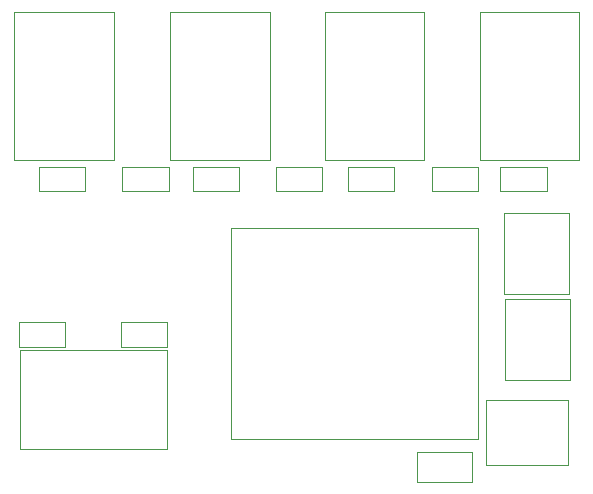
<source format=gbr>
%TF.GenerationSoftware,KiCad,Pcbnew,9.0.2*%
%TF.CreationDate,2025-08-29T09:25:12+10:00*%
%TF.ProjectId,fsr_right,6673725f-7269-4676-9874-2e6b69636164,rev?*%
%TF.SameCoordinates,Original*%
%TF.FileFunction,Other,User*%
%FSLAX46Y46*%
G04 Gerber Fmt 4.6, Leading zero omitted, Abs format (unit mm)*
G04 Created by KiCad (PCBNEW 9.0.2) date 2025-08-29 09:25:12*
%MOMM*%
%LPD*%
G01*
G04 APERTURE LIST*
%ADD10C,0.050000*%
G04 APERTURE END LIST*
D10*
%TO.C,JMid1*%
X152400000Y-63445000D02*
X152400000Y-75955000D01*
X152400000Y-75955000D02*
X160800000Y-75955000D01*
X160800000Y-63445000D02*
X152400000Y-63445000D01*
X160800000Y-75955000D02*
X160800000Y-63445000D01*
%TO.C,JRin1*%
X165500000Y-63445000D02*
X165500000Y-75955000D01*
X165500000Y-75955000D02*
X173900000Y-75955000D01*
X173900000Y-63445000D02*
X165500000Y-63445000D01*
X173900000Y-75955000D02*
X173900000Y-63445000D01*
%TO.C,RMid2*%
X165255000Y-78650000D02*
X161345000Y-78650000D01*
X161345000Y-76550000D01*
X165255000Y-76550000D01*
X165255000Y-78650000D01*
%TO.C,U1*%
X178470000Y-81780000D02*
X157495000Y-81780000D01*
X157495000Y-99580000D01*
X178470000Y-99580000D01*
X178470000Y-81780000D01*
%TO.C,RRin2*%
X178455000Y-78650000D02*
X174545000Y-78650000D01*
X174545000Y-76550000D01*
X178455000Y-76550000D01*
X178455000Y-78650000D01*
%TO.C,SW2*%
X180700000Y-87750000D02*
X180700000Y-94650000D01*
X180700000Y-94650000D02*
X186200000Y-94650000D01*
X186200000Y-87750000D02*
X180700000Y-87750000D01*
X186200000Y-94650000D02*
X186200000Y-87750000D01*
%TO.C,RMid1*%
X154345000Y-76550000D02*
X158255000Y-76550000D01*
X158255000Y-78650000D01*
X154345000Y-78650000D01*
X154345000Y-76550000D01*
%TO.C,bat2*%
X179150000Y-96350000D02*
X179150000Y-101850000D01*
X179150000Y-101850000D02*
X186050000Y-101850000D01*
X186050000Y-96350000D02*
X179150000Y-96350000D01*
X186050000Y-101850000D02*
X186050000Y-96350000D01*
%TO.C,JTh1*%
X139645000Y-92100000D02*
X139645000Y-100500000D01*
X139645000Y-100500000D02*
X152155000Y-100500000D01*
X152155000Y-92100000D02*
X139645000Y-92100000D01*
X152155000Y-100500000D02*
X152155000Y-92100000D01*
%TO.C,C2*%
X177900000Y-103250000D02*
X173300000Y-103250000D01*
X173300000Y-100750000D01*
X177900000Y-100750000D01*
X177900000Y-103250000D01*
%TO.C,bat4*%
X180650000Y-80450000D02*
X180650000Y-87350000D01*
X180650000Y-87350000D02*
X186150000Y-87350000D01*
X186150000Y-80450000D02*
X180650000Y-80450000D01*
X186150000Y-87350000D02*
X186150000Y-80450000D01*
%TO.C,RRin1*%
X167445000Y-76550000D02*
X171355000Y-76550000D01*
X171355000Y-78650000D01*
X167445000Y-78650000D01*
X167445000Y-76550000D01*
%TO.C,RPin1*%
X180345000Y-76550000D02*
X184255000Y-76550000D01*
X184255000Y-78650000D01*
X180345000Y-78650000D01*
X180345000Y-76550000D01*
%TO.C,JIn1*%
X139200000Y-63445000D02*
X139200000Y-75955000D01*
X139200000Y-75955000D02*
X147600000Y-75955000D01*
X147600000Y-63445000D02*
X139200000Y-63445000D01*
X147600000Y-75955000D02*
X147600000Y-63445000D01*
%TO.C,RTh1*%
X148190000Y-89700000D02*
X152100000Y-89700000D01*
X152100000Y-91800000D01*
X148190000Y-91800000D01*
X148190000Y-89700000D01*
%TO.C,RTh2*%
X139590000Y-89700000D02*
X143500000Y-89700000D01*
X143500000Y-91800000D01*
X139590000Y-91800000D01*
X139590000Y-89700000D01*
%TO.C,RIn2*%
X152250000Y-78650000D02*
X148340000Y-78650000D01*
X148340000Y-76550000D01*
X152250000Y-76550000D01*
X152250000Y-78650000D01*
%TO.C,RIn1*%
X141245000Y-76550000D02*
X145155000Y-76550000D01*
X145155000Y-78650000D01*
X141245000Y-78650000D01*
X141245000Y-76550000D01*
%TO.C,JPin1*%
X178600000Y-63445000D02*
X178600000Y-75955000D01*
X178600000Y-75955000D02*
X187000000Y-75955000D01*
X187000000Y-63445000D02*
X178600000Y-63445000D01*
X187000000Y-75955000D02*
X187000000Y-63445000D01*
%TD*%
M02*

</source>
